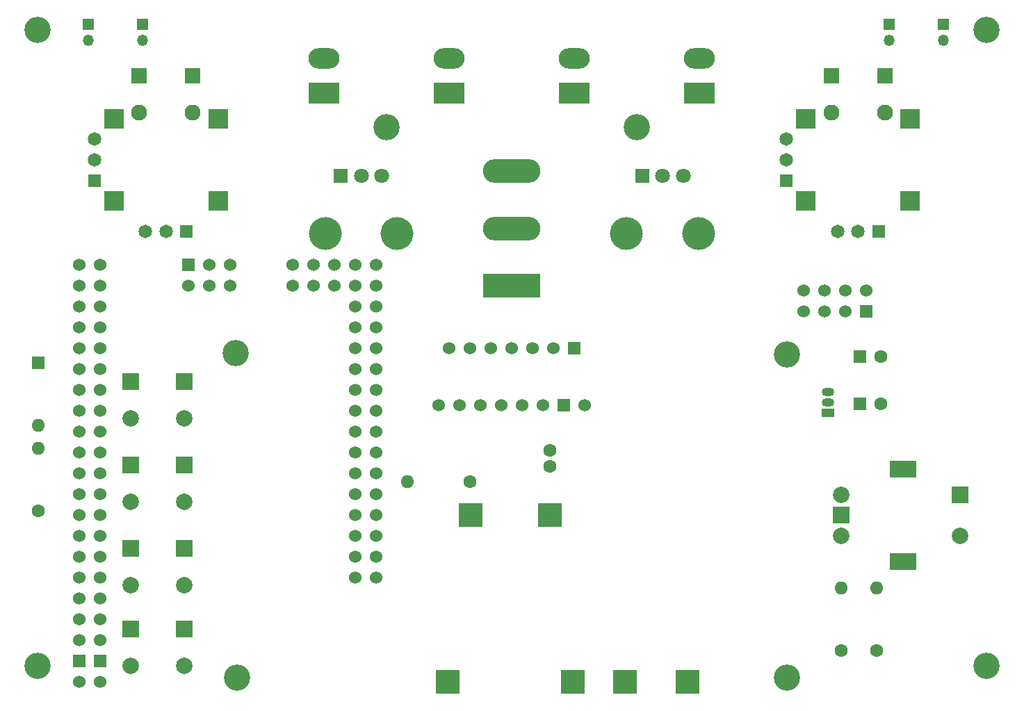
<source format=gbr>
%TF.GenerationSoftware,KiCad,Pcbnew,7.0.8*%
%TF.CreationDate,2023-11-09T04:02:46-05:00*%
%TF.ProjectId,RCTransmitterAecertRobotics,52435472-616e-4736-9d69-747465724165,rev?*%
%TF.SameCoordinates,Original*%
%TF.FileFunction,Soldermask,Bot*%
%TF.FilePolarity,Negative*%
%FSLAX46Y46*%
G04 Gerber Fmt 4.6, Leading zero omitted, Abs format (unit mm)*
G04 Created by KiCad (PCBNEW 7.0.8) date 2023-11-09 04:02:46*
%MOMM*%
%LPD*%
G01*
G04 APERTURE LIST*
G04 Aperture macros list*
%AMRoundRect*
0 Rectangle with rounded corners*
0 $1 Rounding radius*
0 $2 $3 $4 $5 $6 $7 $8 $9 X,Y pos of 4 corners*
0 Add a 4 corners polygon primitive as box body*
4,1,4,$2,$3,$4,$5,$6,$7,$8,$9,$2,$3,0*
0 Add four circle primitives for the rounded corners*
1,1,$1+$1,$2,$3*
1,1,$1+$1,$4,$5*
1,1,$1+$1,$6,$7*
1,1,$1+$1,$8,$9*
0 Add four rect primitives between the rounded corners*
20,1,$1+$1,$2,$3,$4,$5,0*
20,1,$1+$1,$4,$5,$6,$7,0*
20,1,$1+$1,$6,$7,$8,$9,0*
20,1,$1+$1,$8,$9,$2,$3,0*%
G04 Aperture macros list end*
%ADD10C,1.524000*%
%ADD11R,1.524000X1.524000*%
%ADD12R,3.000000X3.000000*%
%ADD13C,1.600000*%
%ADD14C,3.200000*%
%ADD15R,3.800000X2.500000*%
%ADD16RoundRect,1.250000X0.650000X0.000000X-0.650000X0.000000X-0.650000X0.000000X0.650000X0.000000X0*%
%ADD17C,2.000000*%
%ADD18R,2.000000X2.000000*%
%ADD19R,3.200000X2.000000*%
%ADD20R,1.600000X1.600000*%
%ADD21O,1.600000X1.600000*%
%ADD22R,1.350000X1.350000*%
%ADD23O,1.350000X1.350000*%
%ADD24R,7.000000X2.900000*%
%ADD25O,7.000000X2.900000*%
%ADD26C,4.000000*%
%ADD27R,1.800000X1.800000*%
%ADD28C,1.800000*%
%ADD29O,1.500000X1.050000*%
%ADD30R,1.500000X1.050000*%
%ADD31C,1.650000*%
%ADD32R,1.650000X1.650000*%
%ADD33C,1.950000*%
%ADD34R,1.950000X1.950000*%
%ADD35R,2.400000X2.400000*%
G04 APERTURE END LIST*
D10*
%TO.C,Gyroscope1*%
X149860000Y-106045000D03*
D11*
X147320000Y-106045000D03*
D10*
X144780000Y-106045000D03*
X142240000Y-106045000D03*
X139700000Y-106045000D03*
X137160000Y-106045000D03*
X134620000Y-106045000D03*
X132080000Y-106045000D03*
%TD*%
D12*
%TO.C,Battery_Charger1*%
X162316000Y-139700000D03*
X154696000Y-139700000D03*
X148346000Y-139700000D03*
X133106000Y-139700000D03*
X145552000Y-119380000D03*
X135900000Y-119380000D03*
%TD*%
D13*
%TO.C,JST_Connector1*%
X145597418Y-113472182D03*
X145597418Y-111472182D03*
%TD*%
D14*
%TO.C,H3*%
X83185000Y-137795000D03*
%TD*%
D15*
%TO.C,Toggle4*%
X118110000Y-67977000D03*
D16*
X118110000Y-63777000D03*
%TD*%
D17*
%TO.C,Rotary_Encoder1*%
X181080000Y-116920000D03*
X181080000Y-121920000D03*
D18*
X181080000Y-119420000D03*
D19*
X188580000Y-113820000D03*
X188580000Y-125020000D03*
D17*
X195580000Y-121920000D03*
D18*
X195580000Y-116920000D03*
%TD*%
D14*
%TO.C,H4*%
X198755000Y-137795000D03*
%TD*%
%TO.C,H9*%
X107306032Y-99690751D03*
%TD*%
D13*
%TO.C,C2*%
X185888000Y-105845299D03*
D20*
X183388000Y-105845299D03*
%TD*%
D13*
%TO.C,R4*%
X181102000Y-135890000D03*
D21*
X181102000Y-128270000D03*
%TD*%
D18*
%TO.C,Button3*%
X94540000Y-123480000D03*
X101040000Y-123480000D03*
D17*
X94540000Y-127980000D03*
X101040000Y-127980000D03*
%TD*%
D13*
%TO.C,C1*%
X185888000Y-100076000D03*
D20*
X183388000Y-100076000D03*
%TD*%
D14*
%TO.C,H7*%
X125730000Y-72136000D03*
%TD*%
D15*
%TO.C,Toggle2*%
X148590000Y-67977000D03*
D16*
X148590000Y-63777000D03*
%TD*%
D22*
%TO.C,Bumper2*%
X96012000Y-59595000D03*
D23*
X96012000Y-61595000D03*
%TD*%
D14*
%TO.C,H2*%
X198755000Y-60325000D03*
%TD*%
%TO.C,H10*%
X107445778Y-139162731D03*
%TD*%
D18*
%TO.C,Button4*%
X94540000Y-133300000D03*
X101040000Y-133300000D03*
D17*
X94540000Y-137800000D03*
X101040000Y-137800000D03*
%TD*%
D18*
%TO.C,Button2*%
X94540000Y-113320000D03*
X101040000Y-113320000D03*
D17*
X94540000Y-117820000D03*
X101040000Y-117820000D03*
%TD*%
D18*
%TO.C,Button1*%
X94540000Y-103160000D03*
X101040000Y-103160000D03*
D17*
X94540000Y-107660000D03*
X101040000Y-107660000D03*
%TD*%
D13*
%TO.C,R2*%
X83312000Y-118872000D03*
D21*
X83312000Y-111252000D03*
%TD*%
D22*
%TO.C,Bumper1*%
X89408000Y-59595000D03*
D23*
X89408000Y-61595000D03*
%TD*%
D24*
%TO.C,K1*%
X140970000Y-91470000D03*
D25*
X140970000Y-84470000D03*
X140970000Y-77470000D03*
%TD*%
D14*
%TO.C,H6*%
X174493637Y-99822788D03*
%TD*%
D20*
%TO.C,R1*%
X83312000Y-100838000D03*
D21*
X83312000Y-108458000D03*
%TD*%
D15*
%TO.C,Toggle1*%
X163830000Y-67977000D03*
D16*
X163830000Y-63777000D03*
%TD*%
D26*
%TO.C,Pot1*%
X127000000Y-85090000D03*
X118200000Y-85090000D03*
D27*
X120100000Y-78090000D03*
D28*
X122600000Y-78090000D03*
X125100000Y-78090000D03*
%TD*%
D22*
%TO.C,Bumper3*%
X186944000Y-59595000D03*
D23*
X186944000Y-61595000D03*
%TD*%
D15*
%TO.C,Toggle3*%
X133350000Y-67977000D03*
D16*
X133350000Y-63777000D03*
%TD*%
D26*
%TO.C,Pot2*%
X163740000Y-85090000D03*
X154940000Y-85090000D03*
D27*
X156840000Y-78090000D03*
D28*
X159340000Y-78090000D03*
X161840000Y-78090000D03*
%TD*%
D13*
%TO.C,R3*%
X185420000Y-135890000D03*
D21*
X185420000Y-128270000D03*
%TD*%
D14*
%TO.C,H1*%
X83185000Y-60325000D03*
%TD*%
D29*
%TO.C,3.3V_Reg1*%
X179472000Y-104394000D03*
X179472000Y-105664000D03*
D30*
X179472000Y-106934000D03*
%TD*%
D10*
%TO.C,OLED_LCD_Display1*%
X133350000Y-99060000D03*
X135890000Y-99060000D03*
X138430000Y-99060000D03*
X140970000Y-99060000D03*
X143510000Y-99060000D03*
X146050000Y-99060000D03*
D11*
X148590000Y-99060000D03*
%TD*%
D14*
%TO.C,H8*%
X156210000Y-72136000D03*
%TD*%
%TO.C,H5*%
X174498151Y-139192604D03*
%TD*%
D31*
%TO.C,Joystick1*%
X96335000Y-84850000D03*
X98835000Y-84850000D03*
D32*
X101335000Y-84850000D03*
D31*
X90105000Y-73620000D03*
X90105000Y-76120000D03*
D32*
X90105000Y-78620000D03*
D33*
X102085000Y-70370000D03*
X95585000Y-70370000D03*
D34*
X102085000Y-65870000D03*
X95585000Y-65870000D03*
D35*
X92510000Y-81120000D03*
X105160000Y-81120000D03*
X105160000Y-71120000D03*
X92510000Y-71120000D03*
%TD*%
D22*
%TO.C,Bumper4*%
X193548000Y-59595000D03*
D23*
X193548000Y-61595000D03*
%TD*%
D31*
%TO.C,Joystick2*%
X180605000Y-84850000D03*
X183105000Y-84850000D03*
D32*
X185605000Y-84850000D03*
D31*
X174375000Y-73620000D03*
X174375000Y-76120000D03*
D32*
X174375000Y-78620000D03*
D33*
X186355000Y-70370000D03*
X179855000Y-70370000D03*
D34*
X186355000Y-65870000D03*
X179855000Y-65870000D03*
D35*
X176780000Y-81120000D03*
X189430000Y-81120000D03*
X189430000Y-71120000D03*
X176780000Y-71120000D03*
%TD*%
D10*
%TO.C,Arduino_Mega_Pro1*%
X90805000Y-127000000D03*
X88265000Y-127000000D03*
X90805000Y-124460000D03*
X88265000Y-124460000D03*
X88265000Y-132080000D03*
X90805000Y-132080000D03*
X90805000Y-121920000D03*
X88265000Y-121920000D03*
X88265000Y-134620000D03*
X90805000Y-134620000D03*
X106680000Y-88900000D03*
X90805000Y-119380000D03*
X88265000Y-119380000D03*
X90805000Y-116840000D03*
X88265000Y-116840000D03*
X90805000Y-114300000D03*
X88265000Y-114300000D03*
X90805000Y-111760000D03*
X88265000Y-111760000D03*
X90805000Y-109220000D03*
X88265000Y-109220000D03*
X90805000Y-106680000D03*
X88265000Y-106680000D03*
X90805000Y-104140000D03*
X88265000Y-104140000D03*
X90805000Y-101600000D03*
X88265000Y-101600000D03*
X90805000Y-99060000D03*
X88265000Y-99060000D03*
X90805000Y-96520000D03*
X88265000Y-96520000D03*
X90805000Y-93980000D03*
X88265000Y-93980000D03*
X90805000Y-91440000D03*
X88265000Y-91440000D03*
X90805000Y-88900000D03*
X88265000Y-88900000D03*
X124460000Y-106680000D03*
X121920000Y-106680000D03*
X124460000Y-104140000D03*
X121920000Y-104140000D03*
X124460000Y-101600000D03*
X121920000Y-101600000D03*
X124460000Y-99060000D03*
X121920000Y-99060000D03*
X124460000Y-96520000D03*
X121920000Y-96520000D03*
X124460000Y-93980000D03*
X121920000Y-93980000D03*
X124460000Y-91440000D03*
X121920000Y-91440000D03*
X124460000Y-88900000D03*
X121920000Y-88900000D03*
X119380000Y-88900000D03*
X119380000Y-91440000D03*
X106680000Y-91440000D03*
X116840000Y-88900000D03*
X104140000Y-88900000D03*
X116840000Y-91440000D03*
X104140000Y-91440000D03*
X114300000Y-88900000D03*
X114300000Y-91440000D03*
X124460000Y-127000000D03*
X121920000Y-127000000D03*
X124460000Y-124460000D03*
X121920000Y-124460000D03*
X124460000Y-121920000D03*
X121920000Y-121920000D03*
X124460000Y-119380000D03*
X121920000Y-119380000D03*
X124460000Y-116840000D03*
X121920000Y-116840000D03*
X124460000Y-114300000D03*
X121920000Y-114300000D03*
X124460000Y-111760000D03*
X121920000Y-111760000D03*
X124460000Y-109220000D03*
X121920000Y-109220000D03*
X90805000Y-129540000D03*
D11*
X88265000Y-137160000D03*
X90805000Y-137160000D03*
X101600000Y-88900000D03*
D10*
X88265000Y-129540000D03*
X101600000Y-91440000D03*
X88265000Y-139700000D03*
X90805000Y-139700000D03*
%TD*%
D13*
%TO.C,R5*%
X135890000Y-115316000D03*
D21*
X128270000Y-115316000D03*
%TD*%
D10*
%TO.C,NRF24*%
X184150000Y-92075000D03*
X181610000Y-92075000D03*
X179070000Y-92075000D03*
X176530000Y-92075000D03*
X176530000Y-94615000D03*
X179070000Y-94615000D03*
X181610000Y-94615000D03*
D11*
X184150000Y-94615000D03*
%TD*%
M02*

</source>
